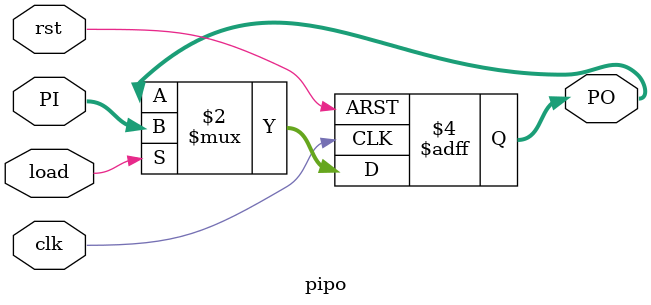
<source format=sv>

module pipo (
    input  logic       clk, rst, load,
    input  logic [3:0] PI,
    output logic [3:0] PO
);
    
    // Sequential logic block triggered on clock positive edge or reset
    always_ff @(posedge clk or posedge rst) begin
        if (rst) begin
            // Asynchronous reset: clear all output bits
            PO <= 4'b0;
        end
        else if (load) begin
            // Load new data from parallel input when load is enabled
            PO <= PI;
        end
        // Note: If load=0, PO retains its current value (register behavior)
    end
    
endmodule

</source>
